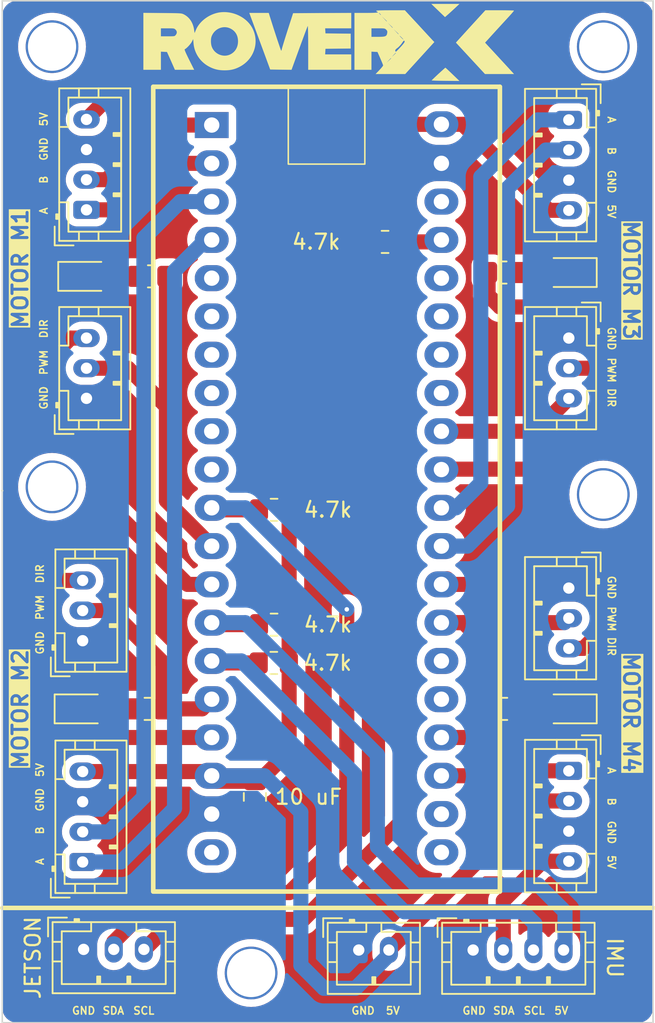
<source format=kicad_pcb>
(kicad_pcb (version 20221018) (generator pcbnew)
  (layers (0 "F.Cu" signal) (31 "B.Cu" signal) (34 "B.Paste" user) (35 "F.Paste" user) (36 "B.SilkS" user "B.Silkscreen") (37 "F.SilkS" user "F.Silkscreen") (38 "B.Mask" user) (39 "F.Mask" user) (44 "Edge.Cuts" user))
  (net 0 "")
  (net 7 "PWM_LB")
  (net 8 "DIR_LB")
  (net 9 "PWM_LF")
  (net 10 "DIR_LF")
  (net 11 "GND")
  (net 13 "+5V")
  (net 18 "DIR_RB")
  (net 19 "PWM_RB")
  (net 20 "DIR_RF")
  (net 21 "PWM_RF")
  (net 27 "Net-(D1-A)")
  (net 28 "Net-(D2-A)")
  (net 29 "Net-(D3-A)")
  (net 30 "Net-(D4-A)")
  (net 31 "I2C2_J_SDA")
  (net 32 "I2C2_J_SCL")
  (net 33 "I2C1_I_SCL")
  (net 34 "I2C1_I_SDA")
  (net 35 "LF_A")
  (net 36 "LF_B")
  (net 37 "LB_B")
  (net 38 "RF_A")
  (net 39 "RF_B")
  (net 40 "RB_A")
  (net 41 "RB_B")
  (net 42 "LB_A")
  (footprint "Connector_JST:JST_PH_B3B-PH-K_1x03_P2.00mm_Vertical" (layer "F.Cu") (at 52.324 54.832 90)
    (fp_text reference "J1" hide)
    (fp_text value "Conn_01x03_Pin")
  )
  (footprint "Resistor_SMD:R_0805_2012Metric_Pad1.20x1.40mm_HandSolder" (layer "F.Cu") (at 64.77 69.85 180)
    (fp_text reference "R2" hide)
    (fp_text value "4.7k")
  )
  (footprint "Connector_JST:JST_PH_B3B-PH-K_1x03_P2.00mm_Vertical" (layer "F.Cu") (at 52.07 70.914 90)
    (fp_text reference "J2" hide)
    (fp_text value "Conn_01x03_Pin")
  )
  (footprint "Resistor_SMD:R_0805_2012Metric_Pad1.20x1.40mm_HandSolder" (layer "F.Cu") (at 80.017 75.438)
    (fp_text reference "R7" hide)
    (fp_text value "2k")
  )
  (footprint "" (layer "F.Cu") (at 50.038 31.496)
    (fp_text reference "")
    (fp_text value "")
  )
  (footprint "Resistor_SMD:R_0805_2012Metric_Pad1.20x1.40mm_HandSolder" (layer "F.Cu") (at 64.77 62.23 180)
    (fp_text reference "R3" hide)
    (fp_text value "4.7k")
  )
  (footprint "Connector_JST:JST_PH_B2B-PH-K_1x02_P2.00mm_Vertical" (layer "F.Cu") (at 70.39 91.44)
    (fp_text reference "J7" hide)
    (fp_text value "Conn_01x02_Pin")
  )
  (footprint "" (layer "F.Cu") (at 86.614 61.214)
    (fp_text reference "")
    (fp_text value "")
  )
  (footprint "Connector_JST:JST_PH_B3B-PH-K_1x03_P2.00mm_Vertical" (layer "F.Cu") (at 84.328 67.422 -90)
    (fp_text reference "J3" hide)
    (fp_text value "Conn_01x03_Pin")
  )
  (footprint "Connector_JST:JST_PH_B3B-PH-K_1x03_P2.00mm_Vertical" (layer "F.Cu") (at 52.134 91.398)
    (fp_text reference "J5" hide)
    (fp_text value "JETSON")
  )
  (footprint "" (layer "F.Cu") (at 86.614 31.496)
    (fp_text reference "")
    (fp_text value "")
  )
  (footprint "LED_SMD:LED_0805_2012Metric_Pad1.15x1.40mm_HandSolder" (layer "F.Cu") (at 84.319 46.482 180)
    (fp_text reference "D4" hide)
    (fp_text value "LED")
  )
  (footprint "" (layer "F.Cu") (at 50.038 60.706)
    (fp_text reference "")
    (fp_text value "")
  )
  (footprint "Resistor_SMD:R_0805_2012Metric_Pad1.20x1.40mm_HandSolder" (layer "F.Cu") (at 79.97 46.482)
    (fp_text reference "R8" hide)
    (fp_text value "2k")
  )
  (footprint "Connector_JST:JST_PH_B4B-PH-K_1x04_P2.00mm_Vertical" (layer "F.Cu") (at 52.324 42.322 90)
    (fp_text reference "J8" hide)
    (fp_text value "Conn_01x04_Pin")
  )
  (footprint "Resistor_SMD:R_0805_2012Metric_Pad1.20x1.40mm_HandSolder" (layer "F.Cu") (at 64.754 72.39 180)
    (fp_text reference "R1" hide)
    (fp_text value "4.7k")
  )
  (footprint "stm32-black-pill:STM32-BREAKOUT" (layer "F.Cu") (at 60.6334 36.7474)
    (fp_text reference "U1" hide)
    (fp_text value "STM32F4" hide)
  )
  (footprint "" (layer "F.Cu") (at 63.246 92.964)
    (fp_text reference "")
    (fp_text value "")
  )
  (footprint "LED_SMD:LED_0805_2012Metric_Pad1.15x1.40mm_HandSolder" (layer "F.Cu") (at 84.319 75.438 180)
    (fp_text reference "D3" hide)
    (fp_text value "LED")
  )
  (footprint "LED_SMD:LED_0805_2012Metric_Pad1.15x1.40mm_HandSolder" (layer "F.Cu") (at 52.07 75.438)
    (fp_text reference "D1" hide)
    (fp_text value "LED")
  )
  (footprint "Connector_JST:JST_PH_B4B-PH-K_1x04_P2.00mm_Vertical" (layer "F.Cu") (at 77.978 91.44)
    (fp_text reference "J6" hide)
    (fp_text value "IMU")
  )
  (footprint "Connector_JST:JST_PH_B3B-PH-K_1x03_P2.00mm_Vertical" (layer "F.Cu") (at 84.328 50.832 -90)
    (fp_text reference "J4" hide)
    (fp_text value "Conn_01x03_Pin")
  )
  (footprint "Resistor_SMD:R_0805_2012Metric_Pad1.20x1.40mm_HandSolder" (layer "F.Cu") (at 56.404 75.438 180)
    (fp_text reference "R5" hide)
    (fp_text value "2k")
  )
  (footprint "Resistor_SMD:R_0805_2012Metric_Pad1.20x1.40mm_HandSolder" (layer "F.Cu") (at 72.136 44.45)
    (fp_text reference "R4" hide)
    (fp_text value "4.7k")
  )
  (footprint "LED_SMD:LED_0805_2012Metric_Pad1.15x1.40mm_HandSolder" (layer "F.Cu") (at 52.308 46.736)
    (fp_text reference "D2" hide)
    (fp_text value "LED")
  )
  (footprint "Connector_JST:JST_PH_B4B-PH-K_1x04_P2.00mm_Vertical" (layer "F.Cu") (at 84.328 36.354 -90)
    (fp_text reference "J11" hide)
    (fp_text value "Conn_01x04_Pin")
  )
  (footprint "Connector_JST:JST_PH_B4B-PH-K_1x04_P2.00mm_Vertical" (layer "F.Cu") (at 52.07 85.598 90)
    (fp_text reference "J9" hide)
    (fp_text value "Conn_01x04_Pin")
  )
  (footprint "Resistor_SMD:R_0805_2012Metric_Pad1.20x1.40mm_HandSolder" (layer "F.Cu") (at 56.626 46.736 180)
    (fp_text reference "R6" hide)
    (fp_text value "2k")
  )
  (footprint "Connector_JST:JST_PH_B4B-PH-K_1x04_P2.00mm_Vertical" (layer "F.Cu") (at 84.328 79.55 -90)
    (fp_text reference "J10" hide)
    (fp_text value "Conn_01x04_Pin")
  )
  (footprint "Capacitor_SMD:C_0805_2012Metric_Pad1.18x1.45mm_HandSolder" (layer "F.Cu") (at 63.5 81.28 -90)
    (fp_text reference "C1" hide)
    (fp_text value "10 uF")
  )
  (gr_poly (pts (xy 76.140841 32.890744) (xy 76.149729 32.89743) (xy 76.180156 32.923137) (xy 76.284667 33.017671) (xy 76.434157 33.157845) (xy 76.612751 33.329438) (xy 77.071362 33.77041) (xy 76.143557 33.763355) (xy 75.958148 33.761557) (xy 75.785432 33.75889) (xy 75.629169 33.755479) (xy 75.493122 33.751448) (xy 75.381053 33.746922) (xy 75.296724 33.742023) (xy 75.266138 33.739472) (xy 75.243897 33.736876) (xy 75.230473 33.734248) (xy 75.227213 33.732927) (xy 75.226334 33.731605) (xy 75.237779 33.718169) (xy 75.265636 33.689602) (xy 75.363477 33.594021) (xy 75.505635 33.458753) (xy 75.677889 33.297688) (xy 75.850751 33.140482) (xy 75.994508 33.011056) (xy 76.050925 32.960896) (xy 76.094608 32.922641) (xy 76.12374 32.897947) (xy 76.13228 32.891201) (xy 76.1365 32.888466)) (fill solid) (layer "F.SilkS"))
  (gr_poly (pts (xy 76.78914 28.923243) (xy 76.664069 29.039219) (xy 76.532053 29.160487) (xy 76.408636 29.272494) (xy 76.309362 29.360688) (xy 76.111805 29.533549) (xy 75.656724 29.096105) (xy 75.20164 28.65866) (xy 77.071362 28.65866)) (fill solid) (layer "F.SilkS"))
  (gr_poly (pts (xy 64.48425 29.473577) (xy 64.73373 30.260878) (xy 64.974612 30.9989) (xy 65.15993 31.545761) (xy 65.217078 31.703167) (xy 65.234205 31.745105) (xy 65.242723 31.759577) (xy 65.244046 31.759495) (xy 65.245366 31.759251) (xy 65.246683 31.75885) (xy 65.247994 31.758295) (xy 65.249297 31.757591) (xy 65.250591 31.75674) (xy 65.253141 31.754616) (xy 65.255629 31.751955) (xy 65.25804 31.748787) (xy 65.260357 31.745144) (xy 65.262567 31.741056) (xy 65.264652 31.736555) (xy 65.266597 31.731672) (xy 65.268388 31.726437) (xy 65.270008 31.720882) (xy 65.271442 31.715037) (xy 65.272674 31.708934) (xy 65.27369 31.702604) (xy 65.274473 31.696077) (xy 65.282155 31.660227) (xy 65.304183 31.579936) (xy 65.385157 31.306699) (xy 65.505156 30.917706) (xy 65.651946 30.454299) (xy 66.032945 29.272494) (xy 67.96264 29.26191) (xy 69.892333 29.254855) (xy 69.892333 30.27791) (xy 68.160194 30.27791) (xy 68.170779 30.443716) (xy 68.181361 30.613049) (xy 69.020974 30.623632) (xy 69.857056 30.630688) (xy 69.857056 31.618466) (xy 69.020974 31.625521) (xy 68.181361 31.636105) (xy 68.170779 31.819549) (xy 68.160194 32.006521) (xy 69.892333 32.006521) (xy 69.892333 33.029577) (xy 67.034834 33.029577) (xy 67.034834 31.558494) (xy 67.032408 30.990356) (xy 67.026014 30.529705) (xy 67.021743 30.354674) (xy 67.016975 30.224498) (xy 67.011876 30.145171) (xy 67.009254 30.126449) (xy 67.007934 30.122652) (xy 67.006612 30.122688) (xy 66.989614 30.158407) (xy 66.953309 30.248365) (xy 66.831546 30.567188) (xy 66.45275 31.593771) (xy 65.93064 33.029577) (xy 65.221556 33.022522) (xy 64.512473 33.011938) (xy 64.0715 31.812494) (xy 63.376528 29.932188) (xy 63.126056 29.254855) (xy 64.417223 29.254855)) (fill solid) (layer "F.SilkS"))
  (gr_line (start 46.736 60.96) (end 46.736 60.96) (stroke (width 0.15)) (layer "F.SilkS"))
  (gr_poly (pts (xy 61.503588 29.200271) (xy 61.588441 29.203884) (xy 61.673046 29.210797) (xy 61.757278 29.220955) (xy 61.841015 29.234301) (xy 61.924131 29.25078) (xy 62.006503 29.270335) (xy 62.088008 29.292909) (xy 62.168519 29.318447) (xy 62.247915 29.346893) (xy 62.326071 29.37819) (xy 62.402862 29.412282) (xy 62.478165 29.449112) (xy 62.551855 29.488626) (xy 62.62381 29.530766) (xy 62.693903 29.575476) (xy 62.762013 29.6227) (xy 62.828014 29.672382) (xy 62.891783 29.724466) (xy 62.953195 29.778895) (xy 63.012127 29.835613) (xy 63.068454 29.894565) (xy 63.122053 29.955693) (xy 63.172799 30.018942) (xy 63.220569 30.084256) (xy 63.265238 30.151578) (xy 63.306683 30.220852) (xy 63.344778 30.292021) (xy 63.385993 30.378896) (xy 63.422358 30.466777) (xy 63.45392 30.555514) (xy 63.480729 30.644958) (xy 63.502832 30.734957) (xy 63.520279 30.825361) (xy 63.533118 30.91602) (xy 63.541397 31.006782) (xy 63.545164 31.097498) (xy 63.544469 31.188018) (xy 63.539359 31.278189) (xy 63.529883 31.367863) (xy 63.51609 31.456888) (xy 63.498027 31.545114) (xy 63.475744 31.63239) (xy 63.449289 31.718567) (xy 63.418709 31.803492) (xy 63.384055 31.887017) (xy 63.345374 31.96899) (xy 63.302714 32.049261) (xy 63.256124 32.12768) (xy 63.205652 32.204095) (xy 63.151348 32.278357) (xy 63.093259 32.350314) (xy 63.031433 32.419817) (xy 62.96592 32.486715) (xy 62.896768 32.550857) (xy 62.824025 32.612093) (xy 62.747739 32.670273) (xy 62.667959 32.725245) (xy 62.584734 32.776859) (xy 62.498112 32.824966) (xy 62.437094 32.856147) (xy 62.376913 32.884904) (xy 62.317332 32.911294) (xy 62.258113 32.935374) (xy 62.199017 32.957202) (xy 62.139808 32.976833) (xy 62.080247 32.994324) (xy 62.020098 33.009733) (xy 61.959121 33.023117) (xy 61.89708 33.034531) (xy 61.833737 33.044034) (xy 61.768854 33.051681) (xy 61.702193 33.05753) (xy 61.633517 33.061637) (xy 61.562587 33.06406) (xy 61.489167 33.064855) (xy 61.419516 33.064144) (xy 61.351983 33.061975) (xy 61.286373 33.058297) (xy 61.222489 33.053059) (xy 61.160135 33.046208) (xy 61.099113 33.037694) (xy 61.039229 33.027464) (xy 60.980285 33.015466) (xy 60.922085 33.001649) (xy 60.864433 32.985962) (xy 60.807133 32.968352) (xy 60.749987 32.948769) (xy 60.6928 32.927159) (xy 60.635376 32.903473) (xy 60.577517 32.877657) (xy 60.519028 32.84966) (xy 60.403807 32.789276) (xy 60.293774 32.722116) (xy 60.189157 32.648518) (xy 60.090183 32.568816) (xy 59.997079 32.483348) (xy 59.910073 32.392448) (xy 59.829392 32.296453) (xy 59.755264 32.195699) (xy 59.687916 32.090521) (xy 59.627575 31.981255) (xy 59.574469 31.868238) (xy 59.528825 31.751805) (xy 59.49087 31.632292) (xy 59.460833 31.510035) (xy 59.438939 31.38537) (xy 59.425417 31.258632) (xy 59.416157 31.141334) (xy 60.582087 31.141334) (xy 60.583306 31.187359) (xy 60.585966 31.233208) (xy 60.590063 31.278457) (xy 60.595592 31.322684) (xy 60.602547 31.365463) (xy 60.610923 31.406372) (xy 60.620714 31.444986) (xy 60.631917 31.480882) (xy 60.649015 31.526805) (xy 60.668493 31.571277) (xy 60.690251 31.614255) (xy 60.714186 31.655693) (xy 60.740198 31.695548) (xy 60.768188 31.733774) (xy 60.798053 31.770327) (xy 60.829693 31.805162) (xy 60.863008 31.838236) (xy 60.897896 31.869502) (xy 60.934256 31.898917) (xy 60.971989 31.926437) (xy 61.010993 31.952016) (xy 61.051168 31.975609) (xy 61.092412 31.997174) (xy 61.134625 32.016664) (xy 61.177707 32.034035) (xy 61.221556 32.049243) (xy 61.266071 32.062243) (xy 61.311152 32.072991) (xy 61.356698 32.081442) (xy 61.402609 32.087551) (xy 61.448783 32.091274) (xy 61.49512 32.092566) (xy 61.541519 32.091383) (xy 61.587879 32.08768) (xy 61.6341 32.081413) (xy 61.68008 32.072536) (xy 61.72572 32.061006) (xy 61.770917 32.046778) (xy 61.815572 32.029807) (xy 61.859584 32.010049) (xy 61.919474 31.978483) (xy 61.976062 31.943387) (xy 62.029271 31.904869) (xy 62.079023 31.86304) (xy 62.125239 31.818007) (xy 62.167844 31.769878) (xy 62.206759 31.718762) (xy 62.241907 31.664768) (xy 62.27321 31.608004) (xy 62.30059 31.548579) (xy 62.323971 31.4866) (xy 62.343275 31.422178) (xy 62.358424 31.35542) (xy 62.369341 31.286434) (xy 62.375948 31.21533) (xy 62.378167 31.142216) (xy 62.377661 31.105795) (xy 62.376146 31.069959) (xy 62.373627 31.034714) (xy 62.370105 31.000064) (xy 62.365587 30.966017) (xy 62.360075 30.932578) (xy 62.353574 30.899752) (xy 62.346086 30.867545) (xy 62.337617 30.835964) (xy 62.32817 30.805014) (xy 62.317749 30.774701) (xy 62.306358 30.745031) (xy 62.294 30.716009) (xy 62.28068 30.687642) (xy 62.266401 30.659934) (xy 62.251167 30.632893) (xy 62.234983 30.606523) (xy 62.217851 30.580832) (xy 62.199777 30.555823) (xy 62.180763 30.531504) (xy 62.160814 30.50788) (xy 62.139934 30.484956) (xy 62.118126 30.46274) (xy 62.095394 30.441235) (xy 62.071742 30.420449) (xy 62.047175 30.400388) (xy 62.021695 30.381056) (xy 61.995307 30.36246) (xy 61.968015 30.344605) (xy 61.939822 30.327498) (xy 61.910733 30.311144) (xy 61.880751 30.295549) (xy 61.835797 30.274159) (xy 61.790295 30.255602) (xy 61.744335 30.239837) (xy 61.698009 30.226826) (xy 61.65141 30.216528) (xy 61.604628 30.208903) (xy 61.557756 30.203911) (xy 61.510885 30.201512) (xy 61.464107 30.201665) (xy 61.417514 30.204332) (xy 61.371198 30.209471) (xy 61.32525 30.217042) (xy 61.279761 30.227007) (xy 61.234824 30.239324) (xy 61.190531 30.253953) (xy 61.146973 30.270855) (xy 61.104241 30.289989) (xy 61.062428 30.311316) (xy 61.021626 30.334795) (xy 60.981925 30.360386) (xy 60.943418 30.388049) (xy 60.906197 30.417745) (xy 60.870352 30.449433) (xy 60.835977 30.483073) (xy 60.803162 30.518624) (xy 60.772 30.556048) (xy 60.742582 30.595304) (xy 60.714999 30.636352) (xy 60.689344 30.679151) (xy 60.665708 30.723663) (xy 60.644184 30.769846) (xy 60.624862 30.81766) (xy 60.61436 30.849836) (xy 60.605342 30.885226) (xy 60.597801 30.923406) (xy 60.591734 30.963953) (xy 60.587134 31.006443) (xy 60.583996 31.050452) (xy 60.582316 31.095557) (xy 60.582087 31.141334) (xy 59.416157 31.141334) (xy 59.40425 30.990521) (xy 59.319584 31.159855) (xy 59.302106 31.191797) (xy 59.280468 31.22638) (xy 59.255223 31.263019) (xy 59.226925 31.301131) (xy 59.196125 31.340132) (xy 59.163376 31.379438) (xy 59.129233 31.418465) (xy 59.094247 31.456629) (xy 59.058972 31.493346) (xy 59.02396 31.528032) (xy 58.989765 31.560103) (xy 58.956939 31.588976) (xy 58.926036 31.614066) (xy 58.897608 31.634789) (xy 58.872208 31.650561) (xy 58.860816 31.656409) (xy 58.850389 31.660799) (xy 58.843753 31.665193) (xy 58.839799 31.673298) (xy 58.838646 31.685433) (xy 58.840412 31.70192) (xy 58.845217 31.723078) (xy 58.85318 31.749228) (xy 58.879052 31.817785) (xy 58.918981 31.910155) (xy 58.973917 32.028901) (xy 59.04481 32.176585) (xy 59.132612 32.355771) (xy 59.471278 33.029577) (xy 58.190695 33.029577) (xy 57.929639 32.43691) (xy 57.665056 31.847772) (xy 57.463973 31.837188) (xy 57.262889 31.826605) (xy 57.262889 33.029577) (xy 56.098723 33.029577) (xy 56.098723 30.27791) (xy 57.262889 30.27791) (xy 57.262889 30.807077) (xy 57.717973 30.807077) (xy 57.867462 30.806898) (xy 57.92844 30.806472) (xy 57.981233 30.805644) (xy 58.004792 30.805036) (xy 58.026584 30.804278) (xy 58.046702 30.803351) (xy 58.065238 30.80224) (xy 58.082286 30.800927) (xy 58.097939 30.799396) (xy 58.11229 30.79763) (xy 58.125431 30.795612) (xy 58.137456 30.793325) (xy 58.148458 30.790752) (xy 58.15853 30.787878) (xy 58.167764 30.784684) (xy 58.176255 30.781154) (xy 58.184094 30.777272) (xy 58.191375 30.77302) (xy 58.198191 30.768382) (xy 58.204635 30.76334) (xy 58.2108 30.757879) (xy 58.216779 30.751982) (xy 58.222665 30.74563) (xy 58.228551 30.738809) (xy 58.23453 30.7315) (xy 58.247139 30.715355) (xy 58.25609 30.70379) (xy 58.264422 30.692248) (xy 58.272136 30.68073) (xy 58.279234 30.669239) (xy 58.285717 30.657776) (xy 58.291586 30.646344) (xy 58.296843 30.634943) (xy 58.301489 30.623577) (xy 58.305525 30.612248) (xy 58.308953 30.600956) (xy 58.311773 30.589705) (xy 58.313988 30.578495) (xy 58.315598 30.567329) (xy 58.316604 30.556209) (xy 58.317009 30.545137) (xy 58.316813 30.534115) (xy 58.316017 30.523145) (xy 58.314624 30.512228) (xy 58.312633 30.501366) (xy 58.310047 30.490562) (xy 58.306866 30.479818) (xy 58.303093 30.469135) (xy 58.298728 30.458515) (xy 58.293772 30.44796) (xy 58.288227 30.437473) (xy 58.282095 30.427055) (xy 58.275376 30.416707) (xy 58.268072 30.406433) (xy 58.260183 30.396234) (xy 58.251713 30.386111) (xy 58.24266 30.376068) (xy 58.233028 30.366105) (xy 58.204358 30.338007) (xy 58.190341 30.326526) (xy 58.175647 30.316606) (xy 58.159609 30.308132) (xy 58.141561 30.300992) (xy 58.120836 30.295072) (xy 58.096768 30.290258) (xy 58.068689 30.286435) (xy 58.035934 30.283491) (xy 57.997836 30.281312) (xy 57.953727 30.279784) (xy 57.844814 30.278227) (xy 57.703861 30.27791) (xy 57.262889 30.27791) (xy 56.098723 30.27791) (xy 56.098723 29.251327) (xy 57.361667 29.26191) (xy 57.770751 29.265562) (xy 57.937787 29.267352) (xy 58.082436 29.269297) (xy 58.206663 29.271531) (xy 58.312431 29.274189) (xy 58.401703 29.277405) (xy 58.476445 29.281313) (xy 58.50898 29.283569) (xy 58.538618 29.286048) (xy 58.565606 29.288768) (xy 58.590188 29.291745) (xy 58.61261 29.294996) (xy 58.633117 29.298537) (xy 58.651956 29.302386) (xy 58.66937 29.306559) (xy 58.685606 29.311073) (xy 58.70091 29.315945) (xy 58.715526 29.321192) (xy 58.729701 29.32683) (xy 58.757706 29.339348) (xy 58.786889 29.353633) (xy 58.852941 29.389377) (xy 58.916115 29.42908) (xy 58.976343 29.472649) (xy 59.033558 29.519989) (xy 59.087694 29.571009) (xy 59.138682 29.625616) (xy 59.186456 29.683716) (xy 59.230948 29.745216) (xy 59.272092 29.810023) (xy 59.30982 29.878045) (xy 59.344066 29.949188) (xy 59.37476 30.023359) (xy 59.401838 30.100466) (xy 59.425231 30.180414) (xy 59.444872 30.263112) (xy 59.460695 30.348466) (xy 59.495973 30.591883) (xy 59.577111 30.397855) (xy 59.624491 30.293158) (xy 59.68032 30.190984) (xy 59.744117 30.091703) (xy 59.815402 29.995688) (xy 59.893694 29.903311) (xy 59.978513 29.814945) (xy 60.069379 29.73096) (xy 60.165809 29.65173) (xy 60.267325 29.577626) (xy 60.373445 29.50902) (xy 60.483689 29.446285) (xy 60.597576 29.389792) (xy 60.714626 29.339914) (xy 60.834358 29.297023) (xy 60.956291 29.26149) (xy 61.079945 29.233688) (xy 61.164177 29.219953) (xy 61.248782 29.2098) (xy 61.333635 29.203173) (xy 61.418611 29.200016)) (fill solid) (layer "F.SilkS"))
  (gr_line (start 46.736 88.646) (end 89.916 88.646) (stroke (width 0.3)) (layer "F.SilkS"))
  (gr_poly (pts (xy 79.929042 29.078941) (xy 80.106905 29.080285) (xy 80.268066 29.082373) (xy 80.40864 29.08508) (xy 80.52474 29.088284) (xy 80.612479 29.09186) (xy 80.667973 29.095684) (xy 80.682413 29.09765) (xy 80.686094 29.09864) (xy 80.687334 29.099632) (xy 80.685685 29.106496) (xy 80.680589 29.116672) (xy 80.659167 29.147974) (xy 80.621292 29.195564) (xy 80.565185 29.261469) (xy 80.489069 29.347714) (xy 80.391166 29.456324) (xy 80.122889 29.748744) (xy 79.503324 30.424313) (xy 78.859945 31.131633) (xy 78.771751 31.226883) (xy 79.385584 31.890105) (xy 80.345139 32.930799) (xy 80.69439 33.311799) (xy 78.764695 33.311799) (xy 77.798084 32.267577) (xy 76.835 31.226883) (xy 76.902029 31.149271) (xy 77.879223 30.073299) (xy 78.78939 29.078466) (xy 79.738363 29.078466)) (fill solid) (layer "F.SilkS"))
  (gr_poly (pts (xy 74.305586 30.002744) (xy 74.944994 30.697275) (xy 75.282778 31.061077) (xy 75.406249 31.188077) (xy 74.43964 32.249938) (xy 73.473028 33.311799) (xy 71.504528 33.311799) (xy 71.758527 33.047216) (xy 71.784013 33.020165) (xy 71.808785 32.993362) (xy 71.83271 32.966973) (xy 71.855653 32.941162) (xy 71.877479 32.916095) (xy 71.898055 32.891938) (xy 71.917246 32.868856) (xy 71.934917 32.847014) (xy 71.950935 32.826578) (xy 71.965165 32.807713) (xy 71.977473 32.790584) (xy 71.987724 32.775356) (xy 71.995783 32.762196) (xy 72.001518 32.751268) (xy 72.003471 32.746693) (xy 72.004792 32.742738) (xy 72.005465 32.739424) (xy 72.005473 32.736772) (xy 72.001635 32.720235) (xy 71.990645 32.687824) (xy 71.973289 32.641522) (xy 71.950351 32.583313) (xy 71.937983 32.553327) (xy 72.238306 32.553327) (xy 72.390002 32.412216) (xy 72.419663 32.384869) (xy 72.447382 32.358803) (xy 72.472538 32.334639) (xy 72.494511 32.312997) (xy 72.512681 32.294497) (xy 72.520145 32.286619) (xy 72.526427 32.279759) (xy 72.531447 32.273994) (xy 72.535129 32.269403) (xy 72.537395 32.266062) (xy 72.537973 32.264885) (xy 72.538168 32.264049) (xy 72.53778 32.259432) (xy 72.537278 32.257644) (xy 72.536555 32.256215) (xy 72.5356 32.255156) (xy 72.5344 32.254476) (xy 72.532945 32.254185) (xy 72.531222 32.254293) (xy 72.526928 32.255742) (xy 72.521424 32.258902) (xy 72.514618 32.26385) (xy 72.506417 32.270664) (xy 72.496728 32.27942) (xy 72.485457 32.290197) (xy 72.4578 32.318123) (xy 72.422701 32.355062) (xy 72.379417 32.401632) (xy 72.238306 32.553327) (xy 71.937983 32.553327) (xy 71.890875 32.439115) (xy 71.818501 32.271105) (xy 71.771758 32.165272) (xy 72.591084 32.165272) (xy 72.72514 32.045327) (xy 72.751005 32.020612) (xy 72.7753 31.997096) (xy 72.797445 31.975316) (xy 72.816861 31.95581) (xy 72.83297 31.939115) (xy 72.839604 31.931989) (xy 72.845193 31.925768) (xy 72.849667 31.920519) (xy 72.852952 31.916308) (xy 72.854976 31.913203) (xy 72.855492 31.912087) (xy 72.855666 31.911271) (xy 72.855321 31.90665) (xy 72.854873 31.904851) (xy 72.854226 31.903403) (xy 72.853371 31.902311) (xy 72.852295 31.901582) (xy 72.850987 31.901223) (xy 72.849438 31.901239) (xy 72.845568 31.902426) (xy 72.840598 31.905194) (xy 72.834439 31.909595) (xy 72.827004 31.915681) (xy 72.818204 31.923503) (xy 72.807953 31.933113) (xy 72.782741 31.957904) (xy 72.750668 31.990467) (xy 72.711028 32.031216) (xy 72.591084 32.165272) (xy 71.771758 32.165272) (xy 71.631529 31.847772) (xy 71.433973 31.837188) (xy 71.23289 31.826605) (xy 71.23289 33.029577) (xy 70.104 33.029577) (xy 70.104 31.75) (xy 72.808242 31.75) (xy 72.808447 31.754417) (xy 72.80897 31.758784) (xy 72.809806 31.763105) (xy 72.811871 31.770252) (xy 72.814085 31.777126) (xy 72.816434 31.7837) (xy 72.818901 31.789949) (xy 72.821472 31.795846) (xy 72.824131 31.801366) (xy 72.826862 31.806483) (xy 72.82825 31.808882) (xy 72.82965 31.811171) (xy 72.83106 31.813346) (xy 72.832479 31.815404) (xy 72.833904 31.817342) (xy 72.835334 31.819156) (xy 72.836767 31.820844) (xy 72.8382 31.822402) (xy 72.839631 31.823828) (xy 72.84106 31.825116) (xy 72.842483 31.826266) (xy 72.843899 31.827272) (xy 72.845306 31.828133) (xy 72.846703 31.828844) (xy 72.848086 31.829403) (xy 72.849454 31.829806) (xy 72.850806 31.83005) (xy 72.852139 31.830132) (xy 72.856246 31.828505) (xy 72.86317 31.823731) (xy 72.884827 31.805383) (xy 72.915826 31.776368) (xy 72.954886 31.737969) (xy 73.000727 31.691467) (xy 73.052066 31.638144) (xy 73.107621 31.579281) (xy 73.166113 31.51616) (xy 73.201253 31.477506) (xy 73.233919 31.440919) (xy 73.264114 31.4064) (xy 73.291845 31.373947) (xy 73.317115 31.343561) (xy 73.339931 31.315242) (xy 73.360298 31.288991) (xy 73.37822 31.264806) (xy 73.393703 31.242689) (xy 73.406752 31.222638) (xy 73.417372 31.204655) (xy 73.425569 31.188738) (xy 73.42876 31.181555) (xy 73.431347 31.174889) (xy 73.43333 31.16874) (xy 73.434711 31.163107) (xy 73.43549 31.157991) (xy 73.435668 31.153392) (xy 73.435245 31.149309) (xy 73.434222 31.145744) (xy 73.428323 31.131048) (xy 73.422419 31.118796) (xy 73.41634 31.109118) (xy 73.413181 31.105284) (xy 73.409914 31.102142) (xy 73.406518 31.099709) (xy 73.402971 31.097999) (xy 73.399253 31.097029) (xy 73.395341 31.096816) (xy 73.391215 31.097376) (xy 73.386854 31.098724) (xy 73.382235 31.100877) (xy 73.377338 31.103851) (xy 73.372141 31.107662) (xy 73.366623 31.112327) (xy 73.354538 31.124281) (xy 73.340914 31.139841) (xy 73.325579 31.159138) (xy 73.308363 31.1823) (xy 73.289095 31.209457) (xy 73.243723 31.276271) (xy 73.229856 31.295802) (xy 73.214805 31.315931) (xy 73.19871 31.336516) (xy 73.181711 31.35741) (xy 73.163947 31.37847) (xy 73.145558 31.399551) (xy 73.126683 31.420507) (xy 73.107462 31.441195) (xy 73.088034 31.461469) (xy 73.068539 31.481186) (xy 73.049116 31.500199) (xy 73.029906 31.518365) (xy 73.011046 31.535539) (xy 72.992678 31.551576) (xy 72.97494 31.566331) (xy 72.957972 31.579661) (xy 72.937007 31.595169) (xy 72.917747 31.60997) (xy 72.900162 31.6241) (xy 72.88422 31.637593) (xy 72.86989 31.650487) (xy 72.857142 31.662818) (xy 72.845943 31.674622) (xy 72.840916 31.680337) (xy 72.836264 31.685935) (xy 72.831985 31.691418) (xy 72.828074 31.696793) (xy 72.824527 31.702063) (xy 72.82134 31.707232) (xy 72.81851 31.712306) (xy 72.816033 31.717289) (xy 72.813905 31.722186) (xy 72.812121 31.727) (xy 72.810679 31.731737) (xy 72.809574 31.736401) (xy 72.808802 31.740996) (xy 72.808359 31.745528) (xy 72.808242 31.75) (xy 70.104 31.75) (xy 70.104 30.27791) (xy 71.23289 30.27791) (xy 71.23289 30.842355) (xy 71.670333 30.842355) (xy 71.758732 30.841944) (xy 71.837772 30.840556) (xy 71.908016 30.83796) (xy 71.940017 30.836135) (xy 71.970029 30.833921) (xy 71.998124 30.831289) (xy 72.024373 30.828208) (xy 72.048845 30.824651) (xy 72.071611 30.820589) (xy 72.092742 30.815991) (xy 72.112307 30.81083) (xy 72.130378 30.805075) (xy 72.147025 30.798698) (xy 72.162317 30.791671) (xy 72.176326 30.783963) (xy 72.189122 30.775546) (xy 72.192044 30.77325) (xy 73.104622 30.77325) (xy 73.104748 30.774355) (xy 73.105907 30.77745) (xy 73.108234 30.781666) (xy 73.111677 30.786936) (xy 73.116185 30.793193) (xy 73.128188 30.8084) (xy 73.143829 30.826748) (xy 73.162694 30.847702) (xy 73.184371 30.870722) (xy 73.208445 30.895271) (xy 73.233167 30.919821) (xy 73.256731 30.942841) (xy 73.278642 30.963794) (xy 73.298403 30.982143) (xy 73.307323 30.990173) (xy 73.315518 30.99735) (xy 73.322929 31.003607) (xy 73.329492 31.008877) (xy 73.335145 31.013093) (xy 73.339827 31.016187) (xy 73.341784 31.017293) (xy 73.343475 31.018093) (xy 73.344892 31.01858) (xy 73.346027 31.018744) (xy 73.346855 31.01858) (xy 73.347359 31.018093) (xy 73.347545 31.017293) (xy 73.34742 31.016187) (xy 73.346261 31.013093) (xy 73.343934 31.008877) (xy 73.34049 31.003607) (xy 73.335983 30.99735) (xy 73.32398 30.982143) (xy 73.308339 30.963794) (xy 73.289474 30.942841) (xy 73.267798 30.919821) (xy 73.243723 30.895271) (xy 73.219001 30.870722) (xy 73.195436 30.847702) (xy 73.173525 30.826748) (xy 73.153764 30.8084) (xy 73.144845 30.80037) (xy 73.136649 30.793193) (xy 73.129239 30.786936) (xy 73.122676 30.781666) (xy 73.117022 30.77745) (xy 73.112341 30.774355) (xy 73.110383 30.77325) (xy 73.108692 30.772449) (xy 73.107275 30.771963) (xy 73.106139 30.771799) (xy 73.105311 30.771963) (xy 73.104808 30.772449) (xy 73.104622 30.77325) (xy 72.192044 30.77325) (xy 72.200775 30.76639) (xy 72.211356 30.756468) (xy 72.220935 30.745748) (xy 72.229582 30.734203) (xy 72.237369 30.721804) (xy 72.244365 30.708521) (xy 72.25064 30.694325) (xy 72.256266 30.679187) (xy 72.261312 30.663079) (xy 72.265849 30.64597) (xy 72.269948 30.627833) (xy 72.277111 30.588355) (xy 72.280079 30.569271) (xy 72.282334 30.551609) (xy 72.283824 30.535218) (xy 72.284498 30.519949) (xy 72.284512 30.512688) (xy 72.284303 30.505651) (xy 72.283864 30.498819) (xy 72.283189 30.492174) (xy 72.282271 30.485698) (xy 72.281103 30.47937) (xy 72.279679 30.473173) (xy 72.277994 30.467087) (xy 72.276039 30.461095) (xy 72.27381 30.455177) (xy 72.271299 30.449314) (xy 72.268499 30.443488) (xy 72.265405 30.437681) (xy 72.26201 30.431872) (xy 72.258308 30.426045) (xy 72.254292 30.420179) (xy 72.245291 30.408258) (xy 72.234958 30.39596) (xy 72.223239 30.383135) (xy 72.210084 30.369632) (xy 72.179374 30.34037) (xy 72.167682 30.330827) (xy 72.696917 30.330827) (xy 72.855666 30.496633) (xy 72.881483 30.524887) (xy 72.904773 30.55019) (xy 72.925655 30.572651) (xy 72.944247 30.592379) (xy 72.952722 30.601251) (xy 72.960669 30.609481) (xy 72.968103 30.617082) (xy 72.97504 30.624067) (xy 72.981493 30.63045) (xy 72.987477 30.636244) (xy 72.993009 30.641464) (xy 72.998101 30.646122) (xy 73.00277 30.650233) (xy 73.00703 30.653809) (xy 73.010896 30.656865) (xy 73.014383 30.659413) (xy 73.017505 30.661468) (xy 73.020278 30.663044) (xy 73.021539 30.663655) (xy 73.022717 30.664152) (xy 73.023815 30.664536) (xy 73.024835 30.664808) (xy 73.02578 30.664971) (xy 73.026649 30.665025) (xy 73.027446 30.664973) (xy 73.028173 30.664816) (xy 73.028831 30.664556) (xy 73.029421 30.664195) (xy 73.029947 30.663734) (xy 73.03041 30.663175) (xy 73.030811 30.66252) (xy 73.031152 30.661771) (xy 73.031436 30.660928) (xy 73.031665 30.659995) (xy 73.031839 30.658972) (xy 73.031961 30.657861) (xy 73.032056 30.655382) (xy 73.031202 30.653288) (xy 73.028694 30.649705) (xy 73.019048 30.638405) (xy 73.003779 30.622144) (xy 72.983549 30.601584) (xy 72.95902 30.577386) (xy 72.930853 30.550211) (xy 72.89971 30.520721) (xy 72.866251 30.489577) (xy 72.696917 30.330827) (xy 72.167682 30.330827) (xy 72.16473 30.328418) (xy 72.149616 30.318094) (xy 72.133323 30.309279) (xy 72.115144 30.301854) (xy 72.094371 30.2957) (xy 72.070296 30.290698) (xy 72.04221 30.286731) (xy 72.009407 30.283677) (xy 71.971177 30.28142) (xy 71.926814 30.27984) (xy 71.816853 30.278234) (xy 71.673861 30.27791) (xy 71.23289 30.27791) (xy 70.104 30.27791) (xy 70.104 29.907494) (xy 72.308862 29.907494) (xy 72.467611 30.073299) (xy 72.493428 30.101553) (xy 72.516718 30.126857) (xy 72.537599 30.149318) (xy 72.556192 30.169045) (xy 72.564667 30.177918) (xy 72.572614 30.186148) (xy 72.580048 30.193748) (xy 72.586984 30.200733) (xy 72.593437 30.207116) (xy 72.599422 30.212911) (xy 72.604953 30.21813) (xy 72.610046 30.222789) (xy 72.614715 30.226899) (xy 72.618975 30.230476) (xy 72.622841 30.233531) (xy 72.626328 30.23608) (xy 72.62945 30.238135) (xy 72.632223 30.23971) (xy 72.633483 30.240322) (xy 72.634661 30.240819) (xy 72.63576 30.241203) (xy 72.63678 30.241475) (xy 72.637724 30.241637) (xy 72.638594 30.241692) (xy 72.639391 30.24164) (xy 72.640118 30.241483) (xy 72.640775 30.241223) (xy 72.641366 30.240862) (xy 72.641892 30.240401) (xy 72.642354 30.239842) (xy 72.642755 30.239187) (xy 72.643097 30.238437) (xy 72.643381 30.237595) (xy 72.643609 30.236661) (xy 72.643783 30.235638) (xy 72.643906 30.234527) (xy 72.644001 30.232049) (xy 72.643147 30.229955) (xy 72.640639 30.226372) (xy 72.630992 30.215072) (xy 72.615723 30.198811) (xy 72.595494 30.178251) (xy 72.570965 30.154052) (xy 72.542798 30.126877) (xy 72.511654 30.097387) (xy 72.478196 30.066244) (xy 72.308862 29.907494) (xy 70.104 29.907494) (xy 70.104 29.48416) (xy 71.920806 29.48416) (xy 72.079556 29.649966) (xy 72.105372 29.67822) (xy 72.128662 29.703523) (xy 72.149544 29.725984) (xy 72.168136 29.745712) (xy 72.176611 29.754584) (xy 72.184558 29.762814) (xy 72.191992 29.770415) (xy 72.198928 29.7774) (xy 72.205381 29.783783) (xy 72.211366 29.789577) (xy 72.216897 29.794797) (xy 72.22199 29.799455) (xy 72.226658 29.803566) (xy 72.230918 29.807142) (xy 72.234784 29.810198) (xy 72.238271 29.812747) (xy 72.241393 29.814802) (xy 72.244166 29.816377) (xy 72.245426 29.816989) (xy 72.246605 29.817486) (xy 72.247703 29.817869) (xy 72.248723 29.818142) (xy 72.249667 29.818304) (xy 72.250537 29.818358) (xy 72.251334 29.818306) (xy 72.252061 29.818149) (xy 72.252718 29.817889) (xy 72.253309 29.817528) (xy 72.253835 29.817067) (xy 72.254297 29.816509) (xy 72.254699 29.815854) (xy 72.25504 29.815104) (xy 72.255324 29.814262) (xy 72.255552 29.813328) (xy 72.255726 29.812305) (xy 72.255849 29.811194) (xy 72.255944 29.808716) (xy 72.25509 29.806621) (xy 72.252582 29.803038) (xy 72.242936 29.791738) (xy 72.227667 29.775478) (xy 72.207438 29.754917) (xy 72.182909 29.730719) (xy 72.154742 29.703544) (xy 72.123599 29.674054) (xy 72.090141 29.64291) (xy 71.920806 29.48416) (xy 70.104 29.48416) (xy 70.104 29.258041) (xy 71.731113 29.258041) (xy 71.731574 29.260422) (xy 71.732676 29.263403) (xy 71.734392 29.266947) (xy 71.736698 29.271018) (xy 71.739567 29.27558) (xy 71.742973 29.280597) (xy 71.746891 29.286033) (xy 71.751294 29.291851) (xy 71.756158 29.298015) (xy 71.767161 29.311237) (xy 71.779694 29.32541) (xy 71.786303 29.332598) (xy 71.792876 29.339583) (xy 71.799376 29.346331) (xy 71.805767 29.352806) (xy 71.812014 29.35897) (xy 71.81808 29.364788) (xy 71.823929 29.370223) (xy 71.829525 29.37524) (xy 71.834831 29.379802) (xy 71.839812 29.383874) (xy 71.844431 29.387418) (xy 71.848652 29.390399) (xy 71.85244 29.39278) (xy 71.855756 29.394526) (xy 71.857227 29.395149) (xy 71.858567 29.3956) (xy 71.859771 29.395874) (xy 71.860835 29.395966) (xy 71.861734 29.395874) (xy 71.862451 29.3956) (xy 71.862989 29.395149) (xy 71.863349 29.394526) (xy 71.863537 29.393735) (xy 71.863555 29.39278) (xy 71.863095 29.390399) (xy 71.861993 29.387418) (xy 71.860276 29.383874) (xy 71.857971 29.379802) (xy 71.855102 29.37524) (xy 71.851695 29.370223) (xy 71.847777 29.364788) (xy 71.843374 29.35897) (xy 71.83851 29.352806) (xy 71.827506 29.339583) (xy 71.814973 29.32541) (xy 71.808364 29.318223) (xy 71.801792 29.311237) (xy 71.795292 29.304489) (xy 71.7889 29.298015) (xy 71.782653 29.291851) (xy 71.776587 29.286033) (xy 71.770739 29.280597) (xy 71.765143 29.27558) (xy 71.759837 29.271018) (xy 71.754856 29.266947) (xy 71.750237 29.263403) (xy 71.746016 29.260422) (xy 71.742229 29.258041) (xy 71.738912 29.256295) (xy 71.737441 29.255672) (xy 71.736102 29.255221) (xy 71.734898 29.254947) (xy 71.733834 29.254855) (xy 71.732934 29.254947) (xy 71.732217 29.255221) (xy 71.73168 29.255672) (xy 71.731319 29.256295) (xy 71.731131 29.257086) (xy 71.731113 29.258041) (xy 70.104 29.258041) (xy 70.104 29.254855) (xy 70.880111 29.254855) (xy 71.005125 29.254602) (xy 71.118388 29.253821) (xy 71.220137 29.252483) (xy 71.310611 29.250555) (xy 71.390046 29.248008) (xy 71.458681 29.244809) (xy 71.516754 29.240928) (xy 71.541903 29.238722) (xy 71.564501 29.236334) (xy 71.584577 29.23376) (xy 71.602161 29.230996) (xy 71.617283 29.228038) (xy 71.629972 29.224882) (xy 71.640258 29.221525) (xy 71.64817 29.217963) (xy 71.653739 29.214191) (xy 71.655654 29.212225) (xy 71.656995 29.210206) (xy 71.657764 29.208133) (xy 71.657966 29.206004) (xy 71.657604 29.203821) (xy 71.656683 29.201581) (xy 71.655205 29.199286) (xy 71.653175 29.196934) (xy 71.647472 29.192057) (xy 71.639604 29.186948) (xy 71.629601 29.181603) (xy 71.617491 29.176018) (xy 71.603306 29.170188) (xy 71.598061 29.168042) (xy 71.59293 29.165592) (xy 71.587943 29.162863) (xy 71.583132 29.15988) (xy 71.578528 29.15667) (xy 71.574161 29.153259) (xy 71.570063 29.149672) (xy 71.566265 29.145935) (xy 71.562797 29.142073) (xy 71.559692 29.138114) (xy 71.558284 29.136106) (xy 71.556979 29.134083) (xy 71.555779 29.132048) (xy 71.554689 29.130004) (xy 71.553713 29.127956) (xy 71.552855 29.125906) (xy 71.552118 29.123857) (xy 71.551506 29.121812) (xy 71.551024 29.119775) (xy 71.550674 29.117749) (xy 71.550462 29.115738) (xy 71.55039 29.113744) (xy 71.554149 29.109278) (xy 71.565411 29.105138) (xy 71.610362 29.097814) (xy 71.685079 29.09173) (xy 71.789397 29.086844) (xy 72.086171 29.080505) (xy 72.499361 29.078466) (xy 73.448335 29.078466)) (fill solid) (layer "F.SilkS"))
  (gr_rect (start 46.736 28.448) (end 89.916 96.266) (stroke (width 0.1)) (fill none) (layer "Edge.Cuts"))
  (gr_text "GND" (at 69.85 95.758) (layer "F.SilkS") (effects (font (size 0.5 0.5) (thickness 0.1)) (justify left bottom)))
  (gr_text "PWM" (at 49.53 67.818 90) (layer "F.SilkS") (effects (font (size 0.5 0.5) (thickness 0.1)) (justify right bottom)))
  (gr_text "SCL" (at 55.372 95.758) (layer "F.SilkS") (effects (font (size 0.5 0.5) (thickness 0.1)) (justify left bottom)))
  (gr_text "A" (at 86.868 79.248 -90) (layer "F.SilkS") (effects (font (size 0.5 0.5) (thickness 0.1)) (justify left bottom)))
  (gr_text "SDA" (at 53.34 95.758) (layer "F.SilkS") (effects (font (size 0.5 0.5) (thickness 0.1)) (justify left bottom)))
  (gr_text "DIR" (at 49.784 49.53 90) (layer "F.SilkS") (effects (font (size 0.5 0.5) (thickness 0.1)) (justify right bottom)))
  (gr_text "B\n" (at 86.868 81.28 -90) (layer "F.SilkS") (effects (font (size 0.5 0.5) (thickness 0.1)) (justify left bottom)))
  (gr_text "MOTOR M3" (at 87.884 42.926 270) (layer "F.SilkS" knockout) (effects (font (size 1 1) (thickness 0.2) bold) (justify left bottom)))
  (gr_text "A" (at 49.53 85.852 90) (layer "F.SilkS") (effects (font (size 0.5 0.5) (thickness 0.1)) (justify left bottom)))
  (gr_text "GND" (at 86.868 39.624 -90) (layer "F.SilkS") (effects (font (size 0.5 0.5) (thickness 0.1)) (justify left bottom)))
  (gr_text "DIR" (at 49.53 65.786 90) (layer "F.SilkS") (effects (font (size 0.5 0.5) (thickness 0.1)) (justify right bottom)))
  (gr_text "GND" (at 86.868 50.038 -90) (layer "F.SilkS") (effects (font (size 0.5 0.5) (thickness 0.1)) (justify left bottom)))
  (gr_text "5V" (at 86.868 41.91 -90) (layer "F.SilkS") (effects (font (size 0.5 0.5) (thickness 0.1)) (justify left bottom)))
  (gr_text "5V" (at 49.784 36.83 90) (layer "F.SilkS") (effects (font (size 0.5 0.5) (thickness 0.1)) (justify left bottom)))
  (gr_text "MOTOR M4" (at 87.884 71.628 270) (layer "F.SilkS" knockout) (effects (font (size 1 1) (thickness 0.2) bold) (justify left bottom)))
  (gr_text "5V" (at 49.53 80.01 90) (layer "F.SilkS") (effects (font (size 0.5 0.5) (thickness 0.1)) (justify left bottom)))
  (gr_text "GND" (at 86.868 82.804 -90) (layer "F.SilkS") (effects (font (size 0.5 0.5) (thickness 0.1)) (justify left bottom)))
  (gr_text "B\n" (at 49.784 40.64 90) (layer "F.SilkS") (effects (font (size 0.5 0.5) (thickness 0.1)) (justify left bottom)))
  (gr_text "SCL" (at 81.28 95.758) (layer "F.SilkS") (effects (font (size 0.5 0.5) (thickness 0.1)) (justify left bottom)))
  (gr_text "DIR" (at 86.868 54.102 -90) (layer "F.SilkS") (effects (font (size 0.5 0.5) (thickness 0.1)) (justify left bottom)))
  (gr_text "GND" (at 86.868 66.548 -90) (layer "F.SilkS") (effects (font (size 0.5 0.5) (thickness 0.1)) (justify left bottom)))
  (gr_text "B\n" (at 49.53 83.82 90) (layer "F.SilkS") (effects (font (size 0.5 0.5) (thickness 0.1)) (justify left bottom)))
  (gr_text "5V" (at 83.312 95.758) (layer "F.SilkS") (effects (font (size 0.5 0.5) (thickness 0.1)) (justify left bottom)))
  (gr_text "DIR" (at 86.868 70.612 -90) (layer "F.SilkS") (effects (font (size 0.5 0.5) (thickness 0.1)) (justify left bottom)))
  (gr_text "MOTOR M1" (at 48.514 50.292 90) (layer "F.SilkS" knockout) (effects (font (size 1 1) (thickness 0.2) bold) (justify left bottom)))
  (gr_text "PWM" (at 49.784 51.562 90) (layer "F.SilkS") (effects (font (size 0.5 0.5) (thickness 0.1)) (justify right bottom)))
  (gr_text "A" (at 49.784 42.672 90) (layer "F.SilkS") (effects (font (size 0.5 0.5) (thickness 0.1)) (justify left bottom)))
  (gr_text "PWM" (at 86.868 52.07 -90) (layer "F.SilkS") (effects (font (size 0.5 0.5) (thickness 0.1)) (justify left bottom)))
  (gr_text "5V" (at 72.136 95.758) (layer "F.SilkS") (effects (font (size 0.5 0.5) (thickness 0.1)) (justify left bottom)))
  (gr_text "B\n" (at 86.868 38.1 -90) (layer "F.SilkS") (effects (font (size 0.5 0.5) (thickness 0.1)) (justify left bottom)))
  (gr_text "SDA" (at 79.248 95.758) (layer "F.SilkS") (effects (font (size 0.5 0.5) (thickness 0.1)) (justify left bottom)))
  (gr_text "GND" (at 49.53 71.882 90) (layer "F.SilkS") (effects (font (size 0.5 0.5) (thickness 0.1)) (justify left bottom)))
  (gr_text "GND" (at 51.308 95.758) (layer "F.SilkS") (effects (font (size 0.5 0.5) (thickness 0.1)) (justify left bottom)))
  (gr_text "GND" (at 77.216 95.758) (layer "F.SilkS") (effects (font (size 0.5 0.5) (thickness 0.1)) (justify left bottom)))
  (gr_text "GND" (at 49.784 39.116 90) (layer "F.SilkS") (effects (font (size 0.5 0.5) (thickness 0.1)) (justify left bottom)))
  (gr_text "A" (at 86.868 36.068 -90) (layer "F.SilkS") (effects (font (size 0.5 0.5) (thickness 0.1)) (justify left bottom)))
  (gr_text "PWM" (at 86.868 68.58 -90) (layer "F.SilkS") (effects (font (size 0.5 0.5) (thickness 0.1)) (justify left bottom)))
  (gr_text "GND" (at 49.53 82.296 90) (layer "F.SilkS") (effects (font (size 0.5 0.5) (thickness 0.1)) (justify left bottom)))
  (gr_text "GND" (at 49.784 55.626 90) (layer "F.SilkS") (effects (font (size 0.5 0.5) (thickness 0.1)) (justify left bottom)))
  (gr_text "MOTOR M2" (at 48.514 79.502 90) (layer "F.SilkS" knockout) (effects (font (size 1 1) (thickness 0.2) bold) (justify left bottom)))
  (gr_text "5V" (at 86.868 85.09 -90) (layer "F.SilkS") (effects (font (size 0.5 0.5) (thickness 0.1)) (justify left bottom)))
  (segment (start 59.992 75.438) (end 60.6334 74.7966) (width 1) (layer "F.Cu") (net 7))
  (segment (start 57.404 75.438) (end 57.404 72.373) (width 1) (layer "F.Cu") (net 7))
  (segment (start 57.404 72.373) (end 53.945 68.914) (width 1) (layer "F.Cu") (net 7))
  (segment (start 57.404 75.438) (end 59.992 75.438) (width 1) (layer "F.Cu") (net 7))
  (segment (start 53.945 68.914) (end 52.07 68.914) (width 1) (layer "F.Cu") (net 7))
  (segment (start 48.768 68.58) (end 50.434 66.914) (width 1) (layer "F.Cu") (net 8))
  (segment (start 49.9046 77.3366) (end 48.768 76.2) (width 1) (layer "F.Cu") (net 8))
  (segment (start 60.6334 77.3366) (end 49.9046 77.3366) (width 1) (layer "F.Cu") (net 8))
  (segment (start 48.768 76.2) (end 48.768 68.58) (width 1) (layer "F.Cu") (net 8))
  (segment (start 50.434 66.914) (end 52.07 66.914) (width 1) (layer "F.Cu") (net 8))
  (segment (start 60.6334 64.6366) (end 57.626 61.6292) (width 1) (layer "F.Cu") (net 9))
  (segment (start 55.086 52.832) (end 57.626 55.372) (width 1) (layer "F.Cu") (net 9))
  (segment (start 57.626 55.372) (end 57.626 53.34) (width 1) (layer "F.Cu") (net 9))
  (segment (start 57.626 53.34) (end 57.626 46.736) (width 1) (layer "F.Cu") (net 9))
  (segment (start 57.626 61.6292) (end 57.626 55.372) (width 1) (layer "F.Cu") (net 9))
  (segment (start 52.324 52.832) (end 55.086 52.832) (width 1) (layer "F.Cu") (net 9))
  (segment (start 50.038 52.07) (end 51.276 50.832) (width 1) (layer "F.Cu") (net 10))
  (segment (start 59.0312 67.1766) (end 54.102 62.2474) (width 1) (layer "F.Cu") (net 10))
  (segment (start 51.276 50.832) (end 52.324 50.832) (width 1) (layer "F.Cu") (net 10))
  (segment (start 54.102 59.69) (end 50.038 55.626) (width 1) (layer "F.Cu") (net 10))
  (segment (start 50.038 55.626) (end 50.038 52.07) (width 1) (layer "F.Cu") (net 10))
  (segment (start 60.6334 67.1766) (end 59.0312 67.1766) (width 1) (layer "F.Cu") (net 10))
  (segment (start 54.102 62.2474) (end 54.102 59.69) (width 1) (layer "F.Cu") (net 10))
  (segment (start 72.39 91.44) (end 72.39 91.694) (width 1) (layer "F.Cu") (net 13))
  (segment (start 64.1414 79.8766) (end 65.77 78.248) (width 1) (layer "F.Cu") (net 13))
  (segment (start 75.8734 36.6458) (end 73.0822 36.6458) (width 1) (layer "F.Cu") (net 13))
  (segment (start 60.9993 80.2425) (end 60.6334 79.8766) (width 1) (layer "F.Cu") (net 13))
  (segment (start 82.994 42.354) (end 77.2858 36.6458) (width 1) (layer "F.Cu") (net 13))
  (segment (start 71.136 38.592) (end 71.136 44.45) (width 1) (layer "F.Cu") (net 13))
  (segment (start 60.6334 79.8766) (end 64.1414 79.8766) (width 1) (layer "F.Cu") (net 13))
  (segment (start 82.598 85.55) (end 79.978 88.17) (width 1) (layer "F.Cu") (net 13))
  (segment (start 60.3548 79.598) (end 60.6334 79.8766) (width 1) (layer "F.Cu") (net 13))
  (segment (start 63.5 80.2425) (end 60.9993 80.2425) (width 1) (layer "F.Cu") (net 13))
  (segment (start 71.136 50.784) (end 65.77 56.15) (width 1) (layer "F.Cu") (net 13))
  (segment (start 71.136 44.45) (end 71.136 50.784) (width 1) (layer "F.Cu") (net 13))
  (segment (start 52.07 79.598) (end 60.3548 79.598) (width 1) (layer "F.Cu") (net 13))
  (segment (start 65.77 69.85) (end 65.77 62.23) (width 1) (layer "F.Cu") (net 13))
  (segment (start 73.0822 36.6458) (end 71.136 38.592) (width 1) (layer "F.Cu") (net 13))
  (segment (start 75.8734 36.6458) (end 73.66 36.6458) (width 1) (layer "F.Cu") (net 13))
  (segment (start 73.66 36.6458) (end 71.5582 34.544) (width 1) (layer "F.Cu") (net 13))
  (segment (start 77.2858 36.6458) (end 75.8734 36.6458) (width 1) (layer "F.Cu") (net 13))
  (segment (start 65.77 56.15) (end 65.77 62.23) (width 1) (layer "F.Cu") (net 13))
  (segment (start 84.328 42.354) (end 82.994 42.354) (width 1) (layer "F.Cu") (net 13))
  (segment (start 65.77 78.248) (end 65.77 69.85) (width 1) (layer "F.Cu") (net 13))
  (segment (start 79.978 88.17) (end 79.978 91.44) (width 1) (layer "F.Cu") (net 13))
  (segment (start 84.328 85.55) (end 82.598 85.55) (width 1) (layer "F.Cu") (net 13))
  (segment (start 71.5582 34.544) (end 54.102 34.544) (width 1) (layer "F.Cu") (net 13))
  (segment (start 78.28 85.55) (end 72.39 91.44) (width 1) (layer "F.Cu") (net 13))
  (segment (start 84.328 85.55) (end 78.28 85.55) (width 1) (layer "F.Cu") (net 13))
  (segment (start 54.102 34.544) (end 52.324 36.322) (width 1) (layer "F.Cu") (net 13))
  (segment (start 72.39 91.76543) (end 72.39 91.694) (width 1) (layer "B.Cu") (net 13))
  (segment (start 66.548 92.456) (end 68.072 93.98) (width 1) (layer "B.Cu") (net 13))
  (segment (start 70.17543 93.98) (end 72.39 91.76543) (width 1) (layer "B.Cu") (net 13))
  (segment (start 68.072 93.98) (end 70.17543 93.98) (width 1) (layer "B.Cu") (net 13))
  (segment (start 64.1286 79.8766) (end 66.548 82.296) (width 1) (layer "B.Cu") (net 13))
  (segment (start 60.6334 79.8766) (end 64.1286 79.8766) (width 1) (layer "B.Cu") (net 13))
  (segment (start 66.548 82.296) (end 66.548 92.456) (width 1) (layer "B.Cu") (net 13))
  (segment (start 82.1434 57.0166) (end 84.328 54.832) (width 1) (layer "F.Cu") (net 18))
  (segment (start 75.8734 57.0166) (end 82.1434 57.0166) (width 1) (layer "F.Cu") (net 18))
  (segment (start 75.899801 59.530199) (end 82.709801 59.530199) (width 1) (layer "F.Cu") (net 19))
  (segment (start 86.868 53.594) (end 86.868 50.292) (width 1) (layer "F.Cu") (net 19))
  (segment (start 86.868 55.372) (end 86.868 53.594) (width 1) (layer "F.Cu") (net 19))
  (segment (start 79.756 48.768) (end 78.97 47.982) (width 1) (layer "F.Cu") (net 19))
  (segment (start 82.709801 59.530199) (end 86.868 55.372) (width 1) (layer "F.Cu") (net 19))
  (segment (start 85.344 48.768) (end 79.756 48.768) (width 1) (layer "F.Cu") (net 19))
  (segment (start 86.106 52.832) (end 86.868 53.594) (width 1) (layer "F.Cu") (net 19))
  (segment (start 75.8734 59.5566) (end 75.899801 59.530199) (width 1) (layer "F.Cu") (net 19))
  (segment (start 78.97 47.982) (end 78.97 46.482) (width 1) (layer "F.Cu") (net 19))
  (segment (start 84.328 52.832) (end 86.106 52.832) (width 1) (layer "F.Cu") (net 19))
  (segment (start 86.868 50.292) (end 85.344 48.768) (width 1) (layer "F.Cu") (net 19))
  (segment (start 75.8734 67.1766) (end 78.1114 67.1766) (width 1) (layer "F.Cu") (net 20))
  (segment (start 85.09 65.024) (end 86.614 66.548) (width 1) (layer "F.Cu") (net 20))
  (segment (start 86.614 70.104) (end 85.296 71.422) (width 1) (layer "F.Cu") (net 20))
  (segment (start 78.1114 67.1766) (end 80.264 65.024) (width 1) (layer "F.Cu") (net 20))
  (segment (start 86.614 66.548) (end 86.614 70.104) (width 1) (layer "F.Cu") (net 20))
  (segment (start 75.8734 67.1766) (end 76.248 66.802) (width 1) (layer "F.Cu") (net 20))
  (segment (start 80.264 65.024) (end 85.09 65.024) (width 1) (layer "F.Cu") (net 20))
  (segment (start 85.296 71.422) (end 84.328 71.422) (width 1) (layer "F.Cu") (net 20))
  (segment (start 77.3366 69.7166) (end 79.017 71.397) (width 1) (layer "F.Cu") (net 21))
  (segment (start 75.8734 69.7166) (end 77.3366 69.7166) (width 1) (layer "F.Cu") (net 21))
  (segment (start 79.017 71.397) (end 79.017 75.438) (width 1) (layer "F.Cu") (net 21))
  (segment (start 75.8734 69.7166) (end 84.0334 69.7166) (width 1) (layer "F.Cu") (net 21))
  (segment (start 84.0334 69.7166) (end 84.328 69.422) (width 1) (layer "B.Cu") (net 21))
  (segment (start 55.404 75.438) (end 53.095 75.438) (width 1) (layer "F.Cu") (net 27))
  (segment (start 55.626 46.736) (end 53.333 46.736) (width 1) (layer "F.Cu") (net 28))
  (segment (start 81.017 75.438) (end 83.294 75.438) (width 1) (layer "F.Cu") (net 29))
  (segment (start 80.97 46.482) (end 83.294 46.482) (width 1) (layer "F.Cu") (net 30))
  (segment (start 60.7668 62.23) (end 60.6334 62.0966) (width 1) (layer "F.Cu") (net 31))
  (segment (start 57.404 87.63) (end 65.786 87.63) (width 1) (layer "F.Cu") (net 31))
  (segment (start 69.596 83.82) (end 69.596 68.834) (width 1) (layer "F.Cu") (net 31))
  (segment (start 54.134 91.694) (end 54.134 90.9) (width 1) (layer "F.Cu") (net 31))
  (segment (start 54.134 90.9) (end 57.404 87.63) (width 1) (layer "F.Cu") (net 31))
  (segment (start 65.786 87.63) (end 69.596 83.82) (width 1) (layer "F.Cu") (net 31))
  (segment (start 63.77 62.23) (end 60.7668 62.23) (width 1) (layer "F.Cu") (net 31))
  (via (at 69.596 68.834) (size 1) (drill 0.3) (layers "F.Cu" "B.Cu") (net 31))
  (segment (start 62.8586 62.0966) (end 60.6334 62.0966) (width 1) (layer "B.Cu") (net 31))
  (segment (start 69.596 68.834) (end 62.8586 62.0966) (width 1) (layer "B.Cu") (net 31))
  (segment (start 56.134 91.44) (end 58.166 89.408) (width 1) (layer "F.Cu") (net 32))
  (segment (start 66.721056 89.408) (end 73.136 82.993056) (width 1) (layer "F.Cu") (net 32))
  (segment (start 56.134 91.694) (end 56.134 91.44) (width 1) (layer "F.Cu") (net 32))
  (segment (start 73.136 44.45) (end 74.168 44.45) (width 1) (layer "F.Cu") (net 32))
  (segment (start 73.136 82.993056) (end 73.136 44.45) (width 1) (layer "F.Cu") (net 32))
  (segment (start 58.166 89.408) (end 66.721056 89.408) (width 1) (layer "F.Cu") (net 32))
  (segment (start 75.74 44.45) (end 75.8734 44.3166) (width 1) (layer "F.Cu") (net 32))
  (segment (start 74.168 44.45) (end 75.74 44.45) (width 1) (layer "F.Cu") (net 32))
  (segment (start 63.77 69.85) (end 60.7668 69.85) (width 1) (layer "F.Cu") (net 33))
  (segment (start 60.7668 69.85) (end 60.6334 69.7166) (width 1) (layer "F.Cu") (net 33))
  (segment (start 84.074 91.44) (end 84.074 88.9) (width 1) (layer "B.Cu") (net 33))
  (segment (start 84.074 88.9) (end 82.296 87.122) (width 1) (layer "B.Cu") (net 33))
  (segment (start 74.168 87.122) (end 71.628 84.582) (width 1) (layer "B.Cu") (net 33))
  (segment (start 82.296 87.122) (end 74.168 87.122) (width 1) (layer "B.Cu") (net 33))
  (segment (start 62.8586 69.7166) (end 60.6334 69.7166) (width 1) (layer "B.Cu") (net 33))
  (segment (start 71.628 78.486) (end 62.8586 69.7166) (width 1) (layer "B.Cu") (net 33))
  (segment (start 71.628 84.582) (end 71.628 78.486) (width 1) (layer "B.Cu") (net 33))
  (segment (start 60.7668 72.39) (end 60.6334 72.2566) (width 1) (layer "F.Cu") (net 34))
  (segment (start 63.754 72.39) (end 60.7668 72.39) (width 1) (layer "F.Cu") (net 34))
  (segment (start 70.104 85.598) (end 70.104 79.756) (width 1) (layer "B.Cu") (net 34))
  (segment (start 70.104 79.756) (end 62.6046 72.2566) (width 1) (layer "B.Cu") (net 34))
  (segment (start 73.406 88.9) (end 70.104 85.598) (width 1) (layer "B.Cu") (net 34))
  (segment (start 62.6046 72.2566) (end 60.6334 72.2566) (width 1) (layer "B.Cu") (net 34))
  (segment (start 82.074 91.44) (end 82.074 89.694) (width 1) (layer "B.Cu") (net 34))
  (segment (start 81.28 88.9) (end 73.406 88.9) (width 1) (layer "B.Cu") (net 34))
  (segment (start 82.074 89.694) (end 81.28 88.9) (width 1) (layer "B.Cu") (net 34))
  (segment (start 52.324 42.322) (end 54.706 42.322) (width 1) (layer "F.Cu") (net 35))
  (segment (start 57.7914 39.2366) (end 60.6334 39.2366) (width 1) (layer "F.Cu") (net 35))
  (segment (start 54.706 42.322) (end 57.7914 39.2366) (width 1) (layer "F.Cu") (net 35))
  (segment (start 57.2834 36.6966) (end 60.6334 36.6966) (width 1) (layer "F.Cu") (net 36))
  (segment (start 53.658 40.322) (end 57.2834 36.6966) (width 1) (layer "F.Cu") (net 36))
  (segment (start 52.324 40.322) (end 53.658 40.322) (width 1) (layer "F.Cu") (net 36))
  (segment (start 58.5534 41.7766) (end 60.6334 41.7766) (width 1) (layer "B.Cu") (net 37))
  (segment (start 53.816 83.598) (end 56.134 81.28) (width 1) (layer "B.Cu") (net 37))
  (segment (start 56.134 44.196) (end 58.5534 41.7766) (width 1) (layer "B.Cu") (net 37))
  (segment (start 56.134 81.28) (end 56.134 44.196) (width 1) (layer "B.Cu") (net 37))
  (segment (start 52.07 83.598) (end 53.816 83.598) (width 1) (layer "B.Cu") (net 37))
  (segment (start 79.6226 77.3366) (end 75.8734 77.3366) (width 1) (layer "F.Cu") (net 38))
  (segment (start 84.328 79.55) (end 81.836 79.55) (width 1) (layer "F.Cu") (net 38))
  (segment (start 81.836 79.55) (end 79.6226 77.3366) (width 1) (layer "F.Cu") (net 38))
  (segment (start 84.328 81.55) (end 81.042 81.55) (width 1) (layer "F.Cu") (net 39))
  (segment (start 81.042 81.55) (end 79.3686 79.8766) (width 1) (layer "F.Cu") (net 39))
  (segment (start 79.3686 79.8766) (end 75.8734 79.8766) (width 1) (layer "F.Cu") (net 39))
  (segment (start 82.264 36.354) (end 78.486 40.132) (width 1) (layer "B.Cu") (net 40))
  (segment (start 78.486 60.452) (end 76.8414 62.0966) (width 1) (layer "B.Cu") (net 40))
  (segment (start 84.328 36.354) (end 82.264 36.354) (width 1) (layer "B.Cu") (net 40))
  (segment (start 76.8414 62.0966) (end 75.8734 62.0966) (width 1) (layer "B.Cu") (net 40))
  (segment (start 78.486 40.132) (end 78.486 60.452) (width 1) (layer "B.Cu") (net 40))
  (segment (start 80.264 61.976) (end 77.6034 64.6366) (width 1) (layer "B.Cu") (net 41))
  (segment (start 80.264 40.894) (end 80.264 61.976) (width 1) (layer "B.Cu") (net 41))
  (segment (start 77.6034 64.6366) (end 75.8734 64.6366) (width 1) (layer "B.Cu") (net 41))
  (segment (start 82.804 38.354) (end 80.264 40.894) (width 1) (layer "B.Cu") (net 41))
  (segment (start 84.328 38.354) (end 82.804 38.354) (width 1) (layer "B.Cu") (net 41))
  (segment (start 58.166 46.379) (end 60.2284 44.3166) (width 1) (layer "B.Cu") (net 42))
  (segment (start 54.61 85.598) (end 58.166 82.042) (width 1) (layer "B.Cu") (net 42))
  (segment (start 58.166 82.042) (end 58.166 46.379) (width 1) (layer "B.Cu") (net 42))
  (segment (start 52.07 85.598) (end 54.61 85.598) (width 1) (layer "B.Cu") (net 42))
  (segment (start 60.2284 44.3166) (end 60.6334 44.3166) (width 1) (layer "B.Cu") (net 42))
  (zone (net 11) (net_name "GND") (layers "F&B.Cu") (connect_pads yes (clearance 0.5)) (min_thickness 0.25) (fill yes (thermal_gap 0.5) (thermal_bridge_width 0.5) (smoothing fillet) (radius 1))
    (polygon (pts (xy 46.736 28.448) (xy 89.916 28.448) (xy 89.916 96.266) (xy 46.736 96.266)))
  )
)
</source>
